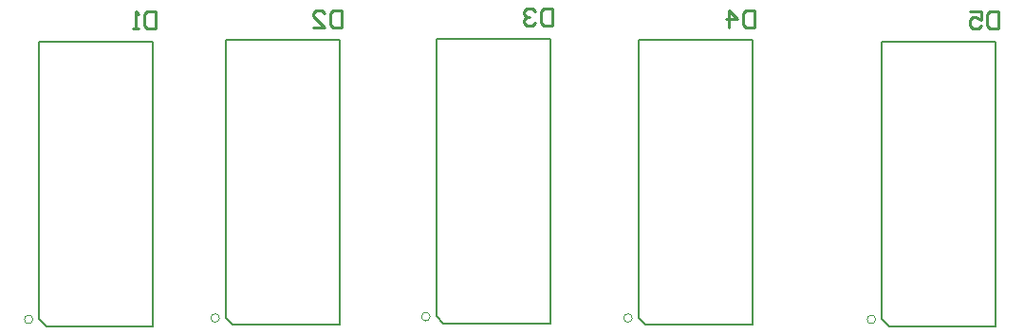
<source format=gbo>
G04*
G04 #@! TF.GenerationSoftware,Altium Limited,Altium Designer,25.2.1 (25)*
G04*
G04 Layer_Color=32896*
%FSLAX25Y25*%
%MOIN*%
G70*
G04*
G04 #@! TF.SameCoordinates,F99C0EAD-8B59-483C-989D-22E72BE8A830*
G04*
G04*
G04 #@! TF.FilePolarity,Positive*
G04*
G01*
G75*
%ADD13C,0.01000*%
%ADD37C,0.00000*%
%ADD38C,0.00600*%
D13*
X484900Y395398D02*
Y389400D01*
X481901D01*
X480901Y390400D01*
Y394398D01*
X481901Y395398D01*
X484900D01*
X474903D02*
X478902D01*
Y392399D01*
X476903Y393399D01*
X475903D01*
X474903Y392399D01*
Y390400D01*
X475903Y389400D01*
X477902D01*
X478902Y390400D01*
X399400Y395898D02*
Y389900D01*
X396401D01*
X395401Y390900D01*
Y394898D01*
X396401Y395898D01*
X399400D01*
X390403Y389900D02*
Y395898D01*
X393402Y392899D01*
X389403D01*
X328400Y396398D02*
Y390400D01*
X325401D01*
X324401Y391400D01*
Y395398D01*
X325401Y396398D01*
X328400D01*
X322402Y395398D02*
X321402Y396398D01*
X319403D01*
X318403Y395398D01*
Y394399D01*
X319403Y393399D01*
X320403D01*
X319403D01*
X318403Y392399D01*
Y391400D01*
X319403Y390400D01*
X321402D01*
X322402Y391400D01*
X254400Y395898D02*
Y389900D01*
X251401D01*
X250401Y390900D01*
Y394898D01*
X251401Y395898D01*
X254400D01*
X244403Y389900D02*
X248402D01*
X244403Y393899D01*
Y394898D01*
X245403Y395898D01*
X247402D01*
X248402Y394898D01*
X188900Y395398D02*
Y389400D01*
X185901D01*
X184901Y390400D01*
Y394398D01*
X185901Y395398D01*
X188900D01*
X182902Y389400D02*
X180903D01*
X181902D01*
Y395398D01*
X182902Y394398D01*
D37*
X211378Y287862D02*
G03*
X211378Y287862I-1500J0D01*
G01*
X285378Y288362D02*
G03*
X285378Y288362I-1500J0D01*
G01*
X356378Y287862D02*
G03*
X356378Y287862I-1500J0D01*
G01*
X145878Y287362D02*
G03*
X145878Y287362I-1500J0D01*
G01*
X441878D02*
G03*
X441878Y287362I-1500J0D01*
G01*
D38*
X213500Y288000D02*
Y385500D01*
Y288000D02*
X216000Y285500D01*
X213500Y385500D02*
X253500D01*
Y285500D02*
Y385500D01*
X216000Y285500D02*
X253500D01*
X290000Y286000D02*
X327500D01*
Y386000D01*
X287500D02*
X327500D01*
X287500Y288500D02*
X290000Y286000D01*
X287500Y288500D02*
Y386000D01*
X361000Y285500D02*
X398500D01*
Y385500D01*
X358500D02*
X398500D01*
X358500Y288000D02*
X361000Y285500D01*
X358500Y288000D02*
Y385500D01*
X148000Y287500D02*
Y385000D01*
Y287500D02*
X150500Y285000D01*
X148000Y385000D02*
X188000D01*
Y285000D02*
Y385000D01*
X150500Y285000D02*
X188000D01*
X444000Y287500D02*
Y385000D01*
Y287500D02*
X446500Y285000D01*
X444000Y385000D02*
X484000D01*
Y285000D02*
Y385000D01*
X446500Y285000D02*
X484000D01*
M02*

</source>
